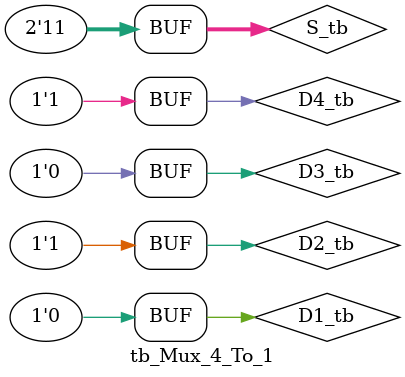
<source format=v>
`timescale 1ns / 1ps


module tb_Mux_4_To_1();

    reg [1:0]S_tb = 2'b00;
    reg D1_tb = 0;
    reg D2_tb = 0;
    reg D3_tb = 0;
    reg D4_tb = 0;
    wire Y_tb;

    Mux_4_To_1 instant
    (
        .S(S_tb),
        .D1(D1_tb),
        .D2(D2_tb),
        .D3(D3_tb),
        .D4(D4_tb),
        .Y(Y_tb)
        
    );

    initial
     begin
        D1_tb = 0;
        D2_tb = 1;
        D3_tb = 0;
        D4_tb = 1;
        S_tb = 2'b00;
        #20;
     
        D1_tb = 0;
        D2_tb = 1;
        D3_tb = 0;
        D4_tb = 1;
        S_tb = 2'b01;
        #20;
     
        D1_tb = 0;
        D2_tb = 1;
        D3_tb = 0;
        D4_tb = 1;
        S_tb = 2'b10;
        #20;
     
        D1_tb = 0;
        D2_tb = 1;
        D3_tb = 0;
        D4_tb = 1;
        S_tb = 2'b11;
        #20;
     end
endmodule

</source>
